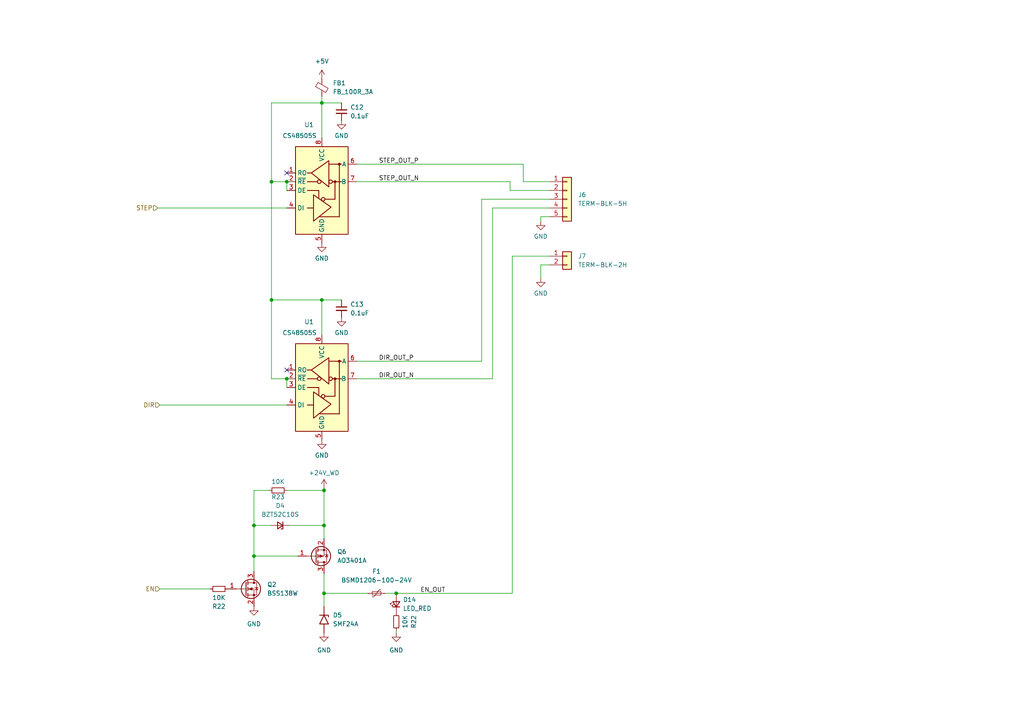
<source format=kicad_sch>
(kicad_sch (version 20230121) (generator eeschema)
  (paper "A4")
  (lib_symbols
    (symbol "Device:C_Small" (pin_numbers hide) (pin_names (offset 0.254) hide)
      (property "Reference" "C" (at 0.254 1.778 0))
      (property "Value" "C_Small" (at 0.254 -2.032 0))
      (symbol "C_Small_0_1"
        (polyline (pts (xy -1.524 -0.508) (xy 1.524 -0.508)) (stroke (width 0.3302)))
        (polyline (pts (xy -1.524 0.508) (xy 1.524 0.508)) (stroke (width 0.3048)))
      )
      (symbol "C_Small_1_1"
        (pin passive line (at 0 2.54 270) (length 2.032) (name "~") (number "1"))
        (pin passive line (at 0 -2.54 90) (length 2.032) (name "~") (number "2"))
      )
    )
    (symbol "Device:R_Small" (pin_numbers hide) (pin_names (offset 0.254) hide)
      (property "Reference" "R" (at 0.762 0.508 0))
      (property "Value" "R_Small" (at 0.762 -1.016 0))
      (symbol "R_Small_0_1"
        (rectangle (start -0.762 1.778) (end 0.762 -1.778) (stroke (width 0.2032)))
      )
      (symbol "R_Small_1_1"
        (pin passive line (at 0 2.54 270) (length 0.762) (name "~") (number "1"))
        (pin passive line (at 0 -2.54 90) (length 0.762) (name "~") (number "2"))
      )
    )
    (symbol "cnc:+24V_WD" (power) (pin_names (offset 0))
      (property "Value" "+24V_WD" (at 0 3.556 0))
      (symbol "+24V_WD_0_1"
        (polyline (pts (xy -0.762 1.27) (xy 0 2.54)))
        (polyline (pts (xy 0 0) (xy 0 2.54)))
        (polyline (pts (xy 0 2.54) (xy 0.762 1.27)))
      )
      (symbol "+24V_WD_1_1"
        (pin power_in line (at 0 0 90) (length 0) hide (name "+24V_WD") (number "1"))
      )
    )
    (symbol "hadv-connectors:TERM-BLK-2H" (pin_names (offset 1.016) hide)
      (property "Reference" "J" (at 0 2.54 0))
      (property "Value" "TERM-BLK-2H" (at 0 -5.08 0))
      (symbol "TERM-BLK-2H_1_1"
        (rectangle (start -1.27 -2.413) (end 0 -2.667) (stroke (width 0.1524)))
        (rectangle (start -1.27 0.127) (end 0 -0.127) (stroke (width 0.1524)))
        (rectangle (start -1.27 1.27) (end 1.27 -3.81) (stroke (width 0.254)) (fill (type background)))
        (pin passive line (at -5.08 0 0) (length 3.81) (name "Pin_1") (number "1"))
        (pin passive line (at -5.08 -2.54 0) (length 3.81) (name "Pin_2") (number "2"))
      )
    )
    (symbol "hadv-connectors:TERM-BLK-5H" (pin_names (offset 1.016) hide)
      (property "Reference" "J" (at 0 7.62 0))
      (property "Value" "TERM-BLK-5H" (at 0 -7.62 0))
      (symbol "TERM-BLK-5H_1_1"
        (rectangle (start -1.27 -4.953) (end 0 -5.207) (stroke (width 0.1524)))
        (rectangle (start -1.27 -2.413) (end 0 -2.667) (stroke (width 0.1524)))
        (rectangle (start -1.27 0.127) (end 0 -0.127) (stroke (width 0.1524)))
        (rectangle (start -1.27 2.667) (end 0 2.413) (stroke (width 0.1524)))
        (rectangle (start -1.27 5.207) (end 0 4.953) (stroke (width 0.1524)))
        (rectangle (start -1.27 6.35) (end 1.27 -6.35) (stroke (width 0.254)) (fill (type background)))
        (pin passive line (at -5.08 5.08 0) (length 3.81) (name "Pin_1") (number "1"))
        (pin passive line (at -5.08 2.54 0) (length 3.81) (name "Pin_2") (number "2"))
        (pin passive line (at -5.08 0 0) (length 3.81) (name "Pin_3") (number "3"))
        (pin passive line (at -5.08 -2.54 0) (length 3.81) (name "Pin_4") (number "4"))
        (pin passive line (at -5.08 -5.08 0) (length 3.81) (name "Pin_5") (number "5"))
      )
    )
    (symbol "hadv-diodes:BZT52C10S" (pin_numbers hide) (pin_names (offset 0.254) hide)
      (property "Reference" "D" (at 0 2.286 0))
      (property "Value" "BZT52C10S" (at 0 -2.286 0))
      (symbol "BZT52C10S_0_1"
        (polyline (pts (xy 0.762 0) (xy -0.762 0)))
        (polyline (pts (xy -0.254 1.016) (xy -0.762 1.016) (xy -0.762 -1.016)) (stroke (width 0.254)))
        (polyline (pts (xy 0.762 1.016) (xy -0.762 0) (xy 0.762 -1.016) (xy 0.762 1.016)) (stroke (width 0.254)))
      )
      (symbol "BZT52C10S_1_1"
        (pin passive line (at -2.54 0 0) (length 1.778) (name "K") (number "1"))
        (pin passive line (at 2.54 0 180) (length 1.778) (name "A") (number "2"))
      )
    )
    (symbol "hadv-interface:CS48505S"
      (property "Reference" "U" (at -6.985 13.97 0))
      (property "Value" "CS48505S" (at 7.62 13.97 0))
      (symbol "CS48505S_0_1"
        (rectangle (start -7.62 12.7) (end 7.62 -12.7) (stroke (width 0.254)) (fill (type background)))
        (polyline (pts (xy -4.191 2.54) (xy -1.27 2.54)) (stroke (width 0.254)))
        (polyline (pts (xy -2.54 -5.08) (xy -4.191 -5.08)) (stroke (width 0.254)))
        (polyline (pts (xy -0.635 -7.62) (xy 5.08 -7.62)) (stroke (width 0.254)))
        (polyline (pts (xy 0.889 -2.54) (xy 3.81 -2.54)) (stroke (width 0.254)))
        (polyline (pts (xy 2.032 7.62) (xy 5.715 7.62)) (stroke (width 0.254)))
        (polyline (pts (xy 3.048 2.54) (xy 5.715 2.54)) (stroke (width 0.254)))
        (polyline (pts (xy 3.81 -2.54) (xy 3.81 2.54)) (stroke (width 0.254)))
        (polyline (pts (xy 5.08 -7.62) (xy 5.08 7.62)) (stroke (width 0.254)))
        (polyline (pts (xy -4.191 0) (xy -0.889 0) (xy -0.889 -2.286)) (stroke (width 0.254)))
        (polyline (pts (xy -3.175 5.08) (xy -4.191 5.08) (xy -4.064 5.08)) (stroke (width 0.254)))
        (polyline (pts (xy -2.413 -5.08) (xy -2.413 -1.27) (xy 2.667 -4.826) (xy -2.413 -8.89) (xy -2.413 -5.08)) (stroke (width 0.254)))
        (circle (center 0.381 -2.54) (radius 0.508) (stroke (width 0.254)))
        (circle (center 3.81 2.54) (radius 0.2794) (stroke (width 0.254)) (fill (type outline)))
      )
      (symbol "CS48505S_1_1"
        (circle (center -0.762 2.54) (radius 0.508) (stroke (width 0.254)))
        (polyline (pts (xy 2.032 4.826) (xy 2.032 8.636) (xy -3.048 5.08) (xy 2.032 1.016) (xy 2.032 4.826)) (stroke (width 0.254)))
        (circle (center 2.54 2.54) (radius 0.508) (stroke (width 0.254)))
        (circle (center 5.08 7.62) (radius 0.2794) (stroke (width 0.254)) (fill (type outline)))
        (pin output line (at -10.16 5.08 0) (length 2.54) (name "RO") (number "1"))
        (pin input line (at -10.16 2.54 0) (length 2.54) (name "~{RE}") (number "2"))
        (pin input line (at -10.16 0 0) (length 2.54) (name "DE") (number "3"))
        (pin input line (at -10.16 -5.08 0) (length 2.54) (name "DI") (number "4"))
        (pin power_in line (at 0 -15.24 90) (length 2.54) (name "GND") (number "5"))
        (pin bidirectional line (at 10.16 7.62 180) (length 2.54) (name "A") (number "6"))
        (pin bidirectional line (at 10.16 2.54 180) (length 2.54) (name "B") (number "7"))
        (pin power_in line (at 0 15.24 270) (length 2.54) (name "VCC") (number "8"))
      )
    )
    (symbol "hadv-passives:FB_100R_3A" (pin_numbers hide) (pin_names (offset 0))
      (property "Reference" "FB" (at 1.905 1.27 0))
      (property "Value" "FB_100R_3A" (at 1.905 -1.27 0))
      (symbol "FB_100R_3A_0_1"
        (polyline (pts (xy 0 -1.27) (xy 0 -0.7874)))
        (polyline (pts (xy 0 0.889) (xy 0 1.2954)))
        (polyline (pts (xy -1.8288 0.2794) (xy -1.1176 1.4986) (xy 1.8288 -0.2032) (xy 1.1176 -1.4224) (xy -1.8288 0.2794)))
      )
      (symbol "FB_100R_3A_1_1"
        (pin passive line (at 0 2.54 270) (length 1.27) (name "~") (number "1"))
        (pin passive line (at 0 -2.54 90) (length 1.27) (name "~") (number "2"))
      )
    )
    (symbol "hadv-protection:BSMD1206-100-24V" (pin_numbers hide) (pin_names (offset 0))
      (property "Reference" "F" (at -1.905 0 90))
      (property "Value" "BSMD1206-100-24V" (at 1.905 0 90))
      (symbol "BSMD1206-100-24V_0_1"
        (rectangle (start -0.508 1.27) (end 0.508 -1.27))
        (polyline (pts (xy 0 2.54) (xy 0 -2.54)))
        (polyline (pts (xy -1.016 1.27) (xy -1.016 0.762) (xy 1.016 -0.762) (xy 1.016 -1.27)))
      )
      (symbol "BSMD1206-100-24V_1_1"
        (pin passive line (at 0 2.54 270) (length 0.635) (name "~") (number "1"))
        (pin passive line (at 0 -2.54 90) (length 0.635) (name "~") (number "2"))
      )
    )
    (symbol "hadv-protection:SMF24A" (pin_numbers hide) (pin_names (offset 1.016) hide)
      (property "Reference" "D" (at 0 2.54 0))
      (property "Value" "SMF24A" (at 0 -2.54 0))
      (symbol "SMF24A_0_1"
        (polyline (pts (xy -0.762 1.27) (xy -1.27 1.27) (xy -1.27 -1.27)) (stroke (width 0.254)))
        (polyline (pts (xy 1.27 1.27) (xy 1.27 -1.27) (xy -1.27 0) (xy 1.27 1.27)) (stroke (width 0.254)))
      )
      (symbol "SMF24A_1_1"
        (pin passive line (at -3.81 0 0) (length 2.54) (name "A1") (number "1"))
        (pin passive line (at 3.81 0 180) (length 2.54) (name "A2") (number "2"))
      )
    )
    (symbol "hadv-transistors:AO3401A" (pin_names hide)
      (property "Reference" "Q" (at 5.08 1.905 0))
      (property "Value" "AO3401A" (at 5.08 0 0))
      (symbol "AO3401A_0_1"
        (polyline (pts (xy 0.254 0) (xy -2.54 0)))
        (polyline (pts (xy 0.254 1.905) (xy 0.254 -1.905)) (stroke (width 0.254)))
        (polyline (pts (xy 0.762 -1.27) (xy 0.762 -2.286)) (stroke (width 0.254)))
        (polyline (pts (xy 0.762 0.508) (xy 0.762 -0.508)) (stroke (width 0.254)))
        (polyline (pts (xy 0.762 2.286) (xy 0.762 1.27)) (stroke (width 0.254)))
        (polyline (pts (xy 2.54 2.54) (xy 2.54 1.778)))
        (polyline (pts (xy 2.54 -2.54) (xy 2.54 0) (xy 0.762 0)))
        (polyline (pts (xy 0.762 1.778) (xy 3.302 1.778) (xy 3.302 -1.778) (xy 0.762 -1.778)))
        (polyline (pts (xy 2.286 0) (xy 1.27 0.381) (xy 1.27 -0.381) (xy 2.286 0)) (fill (type outline)))
        (polyline (pts (xy 2.794 -0.508) (xy 2.921 -0.381) (xy 3.683 -0.381) (xy 3.81 -0.254)))
        (polyline (pts (xy 3.302 -0.381) (xy 2.921 0.254) (xy 3.683 0.254) (xy 3.302 -0.381)))
        (circle (center 1.651 0) (radius 2.794) (stroke (width 0.254)))
        (circle (center 2.54 -1.778) (radius 0.254) (fill (type outline)))
        (circle (center 2.54 1.778) (radius 0.254) (fill (type outline)))
      )
      (symbol "AO3401A_1_1"
        (pin input line (at -5.08 0 0) (length 2.54) (name "G") (number "1"))
        (pin passive line (at 2.54 -5.08 90) (length 2.54) (name "S") (number "2"))
        (pin passive line (at 2.54 5.08 270) (length 2.54) (name "D") (number "3"))
      )
    )
    (symbol "hadv-transistors:BSS138W" (pin_names (offset 0) hide)
      (property "Reference" "Q" (at 5.08 1.27 0))
      (property "Value" "BSS138W" (at 5.08 -1.27 0))
      (symbol "BSS138W_0_1"
        (polyline (pts (xy 0.254 0) (xy -2.54 0)))
        (polyline (pts (xy 0.254 1.905) (xy 0.254 -1.905)) (stroke (width 0.254)))
        (polyline (pts (xy 0.762 -1.27) (xy 0.762 -2.286)) (stroke (width 0.254)))
        (polyline (pts (xy 0.762 0.508) (xy 0.762 -0.508)) (stroke (width 0.254)))
        (polyline (pts (xy 0.762 2.286) (xy 0.762 1.27)) (stroke (width 0.254)))
        (polyline (pts (xy 2.54 2.54) (xy 2.54 1.778)))
        (polyline (pts (xy 2.54 -2.54) (xy 2.54 0) (xy 0.762 0)))
        (polyline (pts (xy 0.762 -1.778) (xy 3.302 -1.778) (xy 3.302 1.778) (xy 0.762 1.778)))
        (polyline (pts (xy 1.016 0) (xy 2.032 0.381) (xy 2.032 -0.381) (xy 1.016 0)) (fill (type outline)))
        (polyline (pts (xy 2.794 0.508) (xy 2.921 0.381) (xy 3.683 0.381) (xy 3.81 0.254)))
        (polyline (pts (xy 3.302 0.381) (xy 2.921 -0.254) (xy 3.683 -0.254) (xy 3.302 0.381)))
        (circle (center 1.651 0) (radius 2.794) (stroke (width 0.254)))
        (circle (center 2.54 -1.778) (radius 0.254) (fill (type outline)))
        (circle (center 2.54 1.778) (radius 0.254) (fill (type outline)))
      )
      (symbol "BSS138W_1_1"
        (pin input line (at -5.08 0 0) (length 2.54) (name "G") (number "1"))
        (pin passive line (at 2.54 -5.08 90) (length 2.54) (name "S") (number "2"))
        (pin passive line (at 2.54 5.08 270) (length 2.54) (name "D") (number "3"))
      )
    )
    (symbol "hadv-ui:LED_RED" (pin_numbers hide) (pin_names (offset 0.254) hide)
      (property "Reference" "D" (at -1.27 3.175 0))
      (property "Value" "LED_RED" (at -4.445 -2.54 0))
      (symbol "LED_RED_0_1"
        (polyline (pts (xy -0.762 -1.016) (xy -0.762 1.016)) (stroke (width 0.254)))
        (polyline (pts (xy 1.016 0) (xy -0.762 0)))
        (polyline (pts (xy 0.762 -1.016) (xy -0.762 0) (xy 0.762 1.016) (xy 0.762 -1.016)) (stroke (width 0.254)))
        (polyline (pts (xy 0 0.762) (xy -0.508 1.27) (xy -0.254 1.27) (xy -0.508 1.27) (xy -0.508 1.016)))
        (polyline (pts (xy 0.508 1.27) (xy 0 1.778) (xy 0.254 1.778) (xy 0 1.778) (xy 0 1.524)))
      )
      (symbol "LED_RED_1_1"
        (pin passive line (at -2.54 0 0) (length 1.778) (name "K") (number "1"))
        (pin passive line (at 2.54 0 180) (length 1.778) (name "A") (number "2"))
      )
    )
    (symbol "power:+5V" (power) (pin_names (offset 0))
      (property "Value" "+5V" (at 0 3.556 0))
      (symbol "+5V_0_1"
        (polyline (pts (xy -0.762 1.27) (xy 0 2.54)))
        (polyline (pts (xy 0 0) (xy 0 2.54)))
        (polyline (pts (xy 0 2.54) (xy 0.762 1.27)))
      )
      (symbol "+5V_1_1"
        (pin power_in line (at 0 0 90) (length 0) hide (name "+5V") (number "1"))
      )
    )
    (symbol "power:GND" (power) (pin_names (offset 0))
      (property "Value" "GND" (at 0 -3.81 0))
      (symbol "GND_0_1"
        (polyline (pts (xy 0 0) (xy 0 -1.27) (xy 1.27 -1.27) (xy 0 -2.54) (xy -1.27 -1.27) (xy 0 -1.27)))
      )
      (symbol "GND_1_1"
        (pin power_in line (at 0 0 270) (length 0) hide (name "GND") (number "1"))
      )
    )
  )
  (junction (at 93.345 29.845))
  (junction (at 93.98 142.24))
  (junction (at 114.935 172.085))
  (junction (at 83.185 52.705))
  (junction (at 93.98 152.4))
  (junction (at 73.66 161.29))
  (junction (at 73.66 152.4))
  (junction (at 83.185 109.855))
  (junction (at 93.345 86.995))
  (junction (at 78.74 86.995))
  (junction (at 93.98 172.085))
  (junction (at 78.74 52.705))
  (no_connect (at 83.185 50.165))
  (no_connect (at 83.185 107.315))
  (wire (pts (xy 103.505 47.625) (xy 151.765 47.625)))
  (wire (pts (xy 83.185 52.705) (xy 78.74 52.705)))
  (wire (pts (xy 159.385 52.705) (xy 151.765 52.705)))
  (wire (pts (xy 159.385 57.785) (xy 139.7 57.785)))
  (wire (pts (xy 83.185 109.855) (xy 78.74 109.855)))
  (wire (pts (xy 114.935 172.085) (xy 148.59 172.085)))
  (wire (pts (xy 142.875 109.855) (xy 142.875 60.325)))
  (wire (pts (xy 45.72 60.325) (xy 83.185 60.325)))
  (wire (pts (xy 151.765 52.705) (xy 151.765 47.625)))
  (wire (pts (xy 86.36 161.29) (xy 73.66 161.29)))
  (wire (pts (xy 73.66 152.4) (xy 73.66 161.29)))
  (wire (pts (xy 114.935 182.88) (xy 114.935 183.515)))
  (wire (pts (xy 78.105 142.24) (xy 73.66 142.24)))
  (wire (pts (xy 83.82 152.4) (xy 93.98 152.4)))
  (wire (pts (xy 93.345 27.94) (xy 93.345 29.845)))
  (wire (pts (xy 46.355 117.475) (xy 83.185 117.475)))
  (wire (pts (xy 73.66 161.29) (xy 73.66 165.735)))
  (wire (pts (xy 78.74 109.855) (xy 78.74 86.995)))
  (wire (pts (xy 103.505 109.855) (xy 142.875 109.855)))
  (wire (pts (xy 147.955 52.705) (xy 147.955 55.245)))
  (wire (pts (xy 93.98 152.4) (xy 93.98 156.21)))
  (wire (pts (xy 93.98 166.37) (xy 93.98 172.085)))
  (wire (pts (xy 139.7 57.785) (xy 139.7 104.775)))
  (wire (pts (xy 78.74 86.995) (xy 93.345 86.995)))
  (wire (pts (xy 159.385 62.865) (xy 156.845 62.865)))
  (wire (pts (xy 147.955 55.245) (xy 159.385 55.245)))
  (wire (pts (xy 83.185 109.855) (xy 83.185 112.395)))
  (wire (pts (xy 103.505 52.705) (xy 147.955 52.705)))
  (wire (pts (xy 156.845 76.835) (xy 156.845 80.645)))
  (wire (pts (xy 114.935 172.72) (xy 114.935 172.085)))
  (wire (pts (xy 78.74 52.705) (xy 78.74 86.995)))
  (wire (pts (xy 73.66 142.24) (xy 73.66 152.4)))
  (wire (pts (xy 93.98 141.605) (xy 93.98 142.24)))
  (wire (pts (xy 93.98 142.24) (xy 93.98 152.4)))
  (wire (pts (xy 93.345 29.845) (xy 99.06 29.845)))
  (wire (pts (xy 93.345 86.995) (xy 93.345 97.155)))
  (wire (pts (xy 159.385 76.835) (xy 156.845 76.835)))
  (wire (pts (xy 93.345 86.995) (xy 99.06 86.995)))
  (wire (pts (xy 111.76 172.085) (xy 114.935 172.085)))
  (wire (pts (xy 93.345 29.845) (xy 93.345 40.005)))
  (wire (pts (xy 78.74 52.705) (xy 78.74 29.845)))
  (wire (pts (xy 156.845 62.865) (xy 156.845 64.135)))
  (wire (pts (xy 93.98 172.085) (xy 93.98 175.895)))
  (wire (pts (xy 148.59 74.295) (xy 148.59 172.085)))
  (wire (pts (xy 46.355 170.815) (xy 60.96 170.815)))
  (wire (pts (xy 159.385 74.295) (xy 148.59 74.295)))
  (wire (pts (xy 83.185 52.705) (xy 83.185 55.245)))
  (wire (pts (xy 142.875 60.325) (xy 159.385 60.325)))
  (wire (pts (xy 78.74 29.845) (xy 93.345 29.845)))
  (wire (pts (xy 73.66 152.4) (xy 78.74 152.4)))
  (wire (pts (xy 93.98 172.085) (xy 106.68 172.085)))
  (wire (pts (xy 83.185 142.24) (xy 93.98 142.24)))
  (wire (pts (xy 103.505 104.775) (xy 139.7 104.775)))
  (label "STEP_OUT_N" (at 109.855 52.705 0))
  (label "DIR_OUT_N" (at 109.855 109.855 0))
  (label "EN_OUT" (at 121.92 172.085 0))
  (label "DIR_OUT_P" (at 109.855 104.775 0))
  (label "STEP_OUT_P" (at 109.855 47.625 0))
  (hierarchical_label "EN" (shape input) (at 46.355 170.815 180))
  (hierarchical_label "DIR" (shape input) (at 46.355 117.475 180))
  (hierarchical_label "STEP" (shape input) (at 45.72 60.325 180))
  (symbol (lib_id "cnc:+24V_WD") (at 93.98 141.605 0) (unit 1)
    (property "Reference" "#PWR033" (effects hide))
    (property "Value" "+24V_WD" (at 93.98 137.16 0))
    (instances (project "colorlight-cnc-proto" (path "" (reference "#PWR033") (unit 1)) (path "" (reference "#PWR065") (unit 1))))
  )
  (symbol (lib_id "hadv-connectors:TERM-BLK-5H") (at 164.465 57.785 0) (unit 1)
    (property "Reference" "J6" (at 167.64 56.515 0) (effects (justify left)))
    (property "Value" "TERM-BLK-5H" (at 167.64 59.055 0) (effects (justify left)))
    (property "Footprint" "Connector_Phoenix_MC:PhoenixContact_MC_1,5_5-G-3.5_1x05_P3.50mm_Horizontal" (effects hide))
    (property "MPN" "KF2EDGR-3.5-5P" (effects hide))
    (property "Manufacturer" "Cixi Kefa Elec" (effects hide))
    (property "LCSC#" "C441174" (effects hide))
  )
  (symbol (lib_id "power:GND") (at 156.845 64.135 0) (unit 1)
    (property "Reference" "#PWR086" (effects hide))
    (property "Value" "GND" (at 156.845 68.58 0))
  )
  (symbol (lib_id "Device:R_Small") (at 63.5 170.815 270) (unit 1)
    (property "Reference" "R22" (at 63.5 175.895 90))
    (property "Value" "10K" (at 63.5 173.355 90))
    (property "Footprint" "Resistor_SMD:R_0603_1608Metric" (effects hide))
    (instances (project "colorlight-cnc-proto" (path "" (reference "R22") (unit 1)) (path "" (reference "R36") (unit 1))))
  )
  (symbol (lib_id "power:GND") (at 93.345 127.635 0) (unit 1)
    (property "Reference" "#PWR062" (effects hide))
    (property "Value" "GND" (at 93.345 132.08 0))
  )
  (symbol (lib_id "hadv-transistors:AO3401A") (at 91.44 161.29 0) (mirror x) (unit 1)
    (property "Reference" "Q6" (at 97.79 160.02 0) (effects (justify left)))
    (property "Value" "AO3401A" (at 97.79 162.56 0) (effects (justify left)))
    (property "Footprint" "Package_TO_SOT_SMD:SOT-23" (effects hide))
    (property "Datasheet" "http://www.vishay.com/docs/70209/70209.pdf" (effects hide))
    (property "LCSC#" "C347476" (effects hide))
    (property "MPN" "AO3401A" (effects hide))
    (property "Manufacturer" "UMW" (effects hide))
    (instances (project "colorlight-cnc-proto" (path "" (reference "Q6") (unit 1)) (path "" (reference "Q10") (unit 1))))
  )
  (symbol (lib_id "Device:R_Small") (at 80.645 142.24 270) (unit 1)
    (property "Reference" "R23" (at 80.645 144.145 90))
    (property "Value" "10K" (at 80.645 139.7 90))
    (property "Footprint" "Resistor_SMD:R_0603_1608Metric" (effects hide))
    (instances (project "colorlight-cnc-proto" (path "" (reference "R23") (unit 1)) (path "" (reference "R37") (unit 1))))
  )
  (symbol (lib_id "power:GND") (at 156.845 80.645 0) (unit 1)
    (property "Reference" "#PWR085" (effects hide))
    (property "Value" "GND" (at 156.845 85.09 0))
  )
  (symbol (lib_id "power:GND") (at 99.06 34.925 0) (unit 1)
    (property "Reference" "#PWR059" (effects hide))
    (property "Value" "GND" (at 99.06 39.37 0))
  )
  (symbol (lib_id "power:+5V") (at 93.345 22.86 0) (unit 1)
    (property "Reference" "#PWR058" (effects hide))
    (property "Value" "+5V" (at 93.345 17.78 0))
  )
  (symbol (lib_id "hadv-ui:LED_RED") (at 114.935 175.26 90) (unit 1)
    (property "Reference" "D14" (at 116.84 173.9265 90) (effects (justify right)))
    (property "Value" "LED_RED" (at 116.84 176.4665 90) (effects (justify right)))
    (property "Footprint" "LED_SMD:LED_0603_1608Metric" (effects hide))
    (property "MPN" "SZYY0603R" (effects hide))
    (property "Manufacturer" "Yongyu Photoelectric" (effects hide))
    (property "LCSC#" "C434419" (effects hide))
  )
  (symbol (lib_id "Device:C_Small") (at 99.06 89.535 0) (unit 1)
    (property "Reference" "C13" (at 101.6 88.2713 0) (effects (justify left)))
    (property "Value" "0.1uF" (at 101.6 90.8113 0) (effects (justify left)))
    (property "Footprint" "Capacitor_SMD:C_0603_1608Metric" (effects hide))
  )
  (symbol (lib_id "Device:R_Small") (at 114.935 180.34 0) (unit 1)
    (property "Reference" "R22" (at 120.015 180.34 90))
    (property "Value" "10K" (at 117.475 180.34 90))
    (property "Footprint" "Resistor_SMD:R_0603_1608Metric" (effects hide))
    (instances (project "colorlight-cnc-proto" (path "" (reference "R22") (unit 1)) (path "" (reference "R38") (unit 1))))
  )
  (symbol (lib_id "power:GND") (at 93.345 70.485 0) (unit 1)
    (property "Reference" "#PWR060" (effects hide))
    (property "Value" "GND" (at 93.345 74.93 0))
  )
  (symbol (lib_id "hadv-protection:BSMD1206-100-24V") (at 109.22 172.085 90) (unit 1)
    (property "Reference" "F1" (at 109.22 165.735 90))
    (property "Value" "BSMD1206-100-24V" (at 109.22 168.275 90))
    (property "Footprint" "Fuse:Fuse_1206_3216Metric" (effects hide))
    (property "MPN" "BSMD1206-100-24V" (effects hide))
    (property "Manufacturer" "BHFUSE" (effects hide))
    (property "LCSC#" "C910830" (effects hide))
    (instances (project "colorlight-cnc-proto" (path "" (reference "F1") (unit 1)) (path "" (reference "F2") (unit 1))))
  )
  (symbol (lib_id "hadv-interface:CS48505S") (at 93.345 55.245 0) (unit 1)
    (property "Reference" "U1" (at 88.265 36.195 0) (effects (justify left)))
    (property "Value" "CS48505S" (at 81.915 39.37 0) (effects (justify left)))
    (property "Footprint" "Package_SO:SOIC-8_3.9x4.9mm_P1.27mm" (effects hide))
    (property "Datasheet" "https://datasheet.lcsc.com/lcsc/2207041730_Chipanalog-CS48505S_C3202824.pdf" (effects hide))
    (property "MPN" "CS48505S" (effects hide))
    (property "Manufacturer" "Chipanalog" (effects hide))
    (property "LCSC#" "C3202824" (effects hide))
    (instances (project "colorlight-cnc-proto" (path "" (reference "U1") (unit 1)) (path "" (reference "U6") (unit 1))))
  )
  (symbol (lib_id "Device:C_Small") (at 99.06 32.385 0) (unit 1)
    (property "Reference" "C12" (at 101.6 31.1213 0) (effects (justify left)))
    (property "Value" "0.1uF" (at 101.6 33.6613 0) (effects (justify left)))
    (property "Footprint" "Capacitor_SMD:C_0603_1608Metric" (effects hide))
  )
  (symbol (lib_id "hadv-diodes:BZT52C10S") (at 81.28 152.4 180) (unit 1)
    (property "Reference" "D4" (at 81.28 146.685 0))
    (property "Value" "BZT52C10S" (at 81.28 149.225 0))
    (property "Footprint" "Diode_SMD:D_SOD-323" (effects hide))
    (property "MPN" "BZT52C10S" (effects hide))
    (property "LCSC#" "C5270769" (effects hide))
    (property "Manufacturer" "YFW" (effects hide))
    (instances (project "colorlight-cnc-proto" (path "" (reference "D4") (unit 1)) (path "" (reference "D12") (unit 1))))
  )
  (symbol (lib_id "hadv-transistors:BSS138W") (at 71.12 170.815 0) (unit 1)
    (property "Reference" "Q2" (at 77.47 169.545 0) (effects (justify left)))
    (property "Value" "BSS138W" (at 77.47 172.085 0) (effects (justify left)))
    (property "Footprint" "Package_TO_SOT_SMD:SOT-323_SC-70" (effects hide))
    (property "MPN" "BSS138W" (effects hide))
    (property "Manufacturer" "Jiangsu Changjing Electronics Technology Co., Ltd." (effects hide))
    (property "LCSC#" "C504052" (effects hide))
    (instances (project "colorlight-cnc-proto" (path "" (reference "Q2") (unit 1)) (path "" (reference "Q9") (unit 1))))
  )
  (symbol (lib_id "hadv-interface:CS48505S") (at 93.345 112.395 0) (unit 1)
    (property "Reference" "U1" (at 88.265 93.345 0) (effects (justify left)))
    (property "Value" "CS48505S" (at 81.915 96.52 0) (effects (justify left)))
    (property "Footprint" "Package_SO:SOIC-8_3.9x4.9mm_P1.27mm" (effects hide))
    (property "Datasheet" "https://datasheet.lcsc.com/lcsc/2207041730_Chipanalog-CS48505S_C3202824.pdf" (effects hide))
    (property "MPN" "CS48505S" (effects hide))
    (property "Manufacturer" "Chipanalog" (effects hide))
    (property "LCSC#" "C3202824" (effects hide))
    (instances (project "colorlight-cnc-proto" (path "" (reference "U1") (unit 1)) (path "" (reference "U7") (unit 1))))
  )
  (symbol (lib_id "power:GND") (at 93.98 183.515 0) (unit 1)
    (property "Reference" "#PWR034" (effects hide))
    (property "Value" "GND" (at 93.98 188.595 0))
    (instances (project "colorlight-cnc-proto" (path "" (reference "#PWR034") (unit 1)) (path "" (reference "#PWR066") (unit 1))))
  )
  (symbol (lib_id "hadv-connectors:TERM-BLK-2H") (at 164.465 74.295 0) (unit 1)
    (property "Reference" "J7" (at 167.64 74.295 0) (effects (justify left)))
    (property "Value" "TERM-BLK-2H" (at 167.64 76.835 0) (effects (justify left)))
    (property "Footprint" "Connector_Phoenix_MC:PhoenixContact_MC_1,5_2-G-3.5_1x02_P3.50mm_Horizontal" (effects hide))
    (property "MPN" "KF2EDGR-3.5-2P" (effects hide))
    (property "Manufacturer" "Cixi Kefa Elec" (effects hide))
    (property "LCSC#" "C441171" (effects hide))
  )
  (symbol (lib_id "power:GND") (at 99.06 92.075 0) (unit 1)
    (property "Reference" "#PWR063" (effects hide))
    (property "Value" "GND" (at 99.06 96.52 0))
  )
  (symbol (lib_id "hadv-passives:FB_100R_3A") (at 93.345 25.4 0) (unit 1)
    (property "Reference" "FB1" (at 96.52 24.0919 0) (effects (justify left)))
    (property "Value" "FB_100R_3A" (at 96.52 26.6319 0) (effects (justify left)))
    (property "Footprint" "Inductor_SMD:L_0603_1608Metric" (effects hide))
    (property "MPN" "UPZ1608E101-3R0TF" (effects hide))
    (property "Manufacturer" "Sunlord" (effects hide))
    (property "LCSC#" "C96995" (effects hide))
  )
  (symbol (lib_id "hadv-protection:SMF24A") (at 93.98 179.705 270) (unit 1)
    (property "Reference" "D5" (at 96.52 178.435 90) (effects (justify left)))
    (property "Value" "SMF24A" (at 96.52 180.975 90) (effects (justify left)))
    (property "Footprint" "Diode_SMD:D_SOD-123F" (effects hide))
    (property "Datasheet" "https://datasheet.lcsc.com/lcsc/2304140030_Shandong-Jingdao-Microelectronics-SMF24A_C169430.pdf" (effects hide))
    (property "MPN" "SMF24A" (effects hide))
    (property "LCSC#" "C169430" (effects hide))
    (property "Manufacturer" "Shandong Jingdao Microelectronics" (effects hide))
    (instances (project "colorlight-cnc-proto" (path "" (reference "D5") (unit 1)) (path "" (reference "D13") (unit 1))))
  )
  (symbol (lib_id "power:GND") (at 114.935 183.515 0) (unit 1)
    (property "Reference" "#PWR034" (effects hide))
    (property "Value" "GND" (at 114.935 188.595 0))
    (instances (project "colorlight-cnc-proto" (path "" (reference "#PWR034") (unit 1)) (path "" (reference "#PWR061") (unit 1))))
  )
  (symbol (lib_id "power:GND") (at 73.66 175.895 0) (unit 1)
    (property "Reference" "#PWR032" (effects hide))
    (property "Value" "GND" (at 73.66 180.975 0))
    (instances (project "colorlight-cnc-proto" (path "" (reference "#PWR032") (unit 1)) (path "" (reference "#PWR064") (unit 1))))
  )
)
</source>
